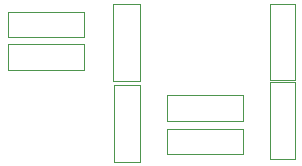
<source format=gbr>
%TF.GenerationSoftware,KiCad,Pcbnew,5.1.10*%
%TF.CreationDate,2021-05-04T23:01:40-04:00*%
%TF.ProjectId,NINA-W102_minimal_breakout,4e494e41-2d57-4313-9032-5f6d696e696d,0.5*%
%TF.SameCoordinates,Original*%
%TF.FileFunction,Other,User*%
%FSLAX46Y46*%
G04 Gerber Fmt 4.6, Leading zero omitted, Abs format (unit mm)*
G04 Created by KiCad (PCBNEW 5.1.10) date 2021-05-04 23:01:40*
%MOMM*%
%LPD*%
G01*
G04 APERTURE LIST*
%ADD10C,0.050000*%
G04 APERTURE END LIST*
D10*
%TO.C,C1*%
X135670000Y-99842000D02*
X135670000Y-106342000D01*
X135670000Y-99842000D02*
X133570000Y-99842000D01*
X133570000Y-106342000D02*
X135670000Y-106342000D01*
X133570000Y-106342000D02*
X133570000Y-99842000D01*
%TO.C,C2*%
X135670000Y-106478000D02*
X135670000Y-112978000D01*
X135670000Y-106478000D02*
X133570000Y-106478000D01*
X133570000Y-112978000D02*
X135670000Y-112978000D01*
X133570000Y-112978000D02*
X133570000Y-106478000D01*
%TO.C,C3*%
X117836000Y-102650000D02*
X111336000Y-102650000D01*
X117836000Y-102650000D02*
X117836000Y-100550000D01*
X111336000Y-100550000D02*
X111336000Y-102650000D01*
X111336000Y-100550000D02*
X117836000Y-100550000D01*
%TO.C,C4*%
X131298000Y-112556000D02*
X124798000Y-112556000D01*
X131298000Y-112556000D02*
X131298000Y-110456000D01*
X124798000Y-110456000D02*
X124798000Y-112556000D01*
X124798000Y-110456000D02*
X131298000Y-110456000D01*
%TO.C,D1*%
X120312000Y-113232000D02*
X120312000Y-106732000D01*
X120312000Y-113232000D02*
X122522000Y-113232000D01*
X122522000Y-106732000D02*
X120312000Y-106732000D01*
X122522000Y-106732000D02*
X122522000Y-113232000D01*
%TO.C,R1*%
X122512000Y-99906000D02*
X122512000Y-106406000D01*
X122512000Y-99906000D02*
X120302000Y-99906000D01*
X120302000Y-106406000D02*
X122512000Y-106406000D01*
X120302000Y-106406000D02*
X120302000Y-99906000D01*
%TO.C,R2*%
X111336000Y-103294000D02*
X117836000Y-103294000D01*
X111336000Y-103294000D02*
X111336000Y-105504000D01*
X117836000Y-105504000D02*
X117836000Y-103294000D01*
X117836000Y-105504000D02*
X111336000Y-105504000D01*
%TO.C,R3*%
X124798000Y-107612000D02*
X131298000Y-107612000D01*
X124798000Y-107612000D02*
X124798000Y-109822000D01*
X131298000Y-109822000D02*
X131298000Y-107612000D01*
X131298000Y-109822000D02*
X124798000Y-109822000D01*
%TD*%
M02*

</source>
